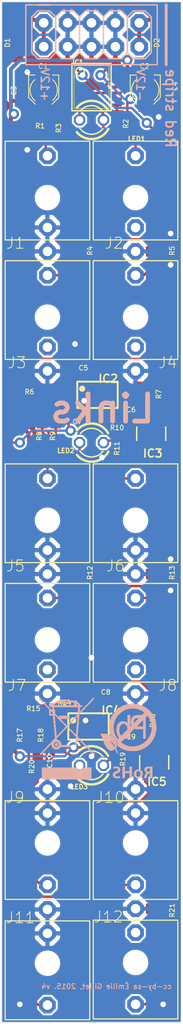
<source format=kicad_pcb>
(kicad_pcb (version 20211014) (generator pcbnew)
  (layers (0 "F.Cu" signal) (31 "B.Cu" signal) (34 "B.Paste" user) (35 "F.Paste" user) (36 "B.SilkS" user "B.Silkscreen") (37 "F.SilkS" user "F.Silkscreen") (38 "B.Mask" user) (39 "F.Mask" user) (44 "Edge.Cuts" user))
  (net 0 "")
  (net 1 "GND")
  (net 2 "VEE")
  (net 3 "VCC")
  (net 4 "N$6")
  (net 5 "N$20")
  (net 6 "N$3")
  (net 7 "N$4")
  (net 8 "N$5")
  (net 9 "N$7")
  (net 10 "N$8")
  (net 11 "N$11")
  (net 12 "N$12")
  (net 13 "N$13")
  (net 14 "N$10")
  (net 15 "N$15")
  (net 16 "N$16")
  (net 17 "N$17")
  (net 18 "N$31")
  (net 19 "N$1")
  (net 20 "N$32")
  (net 21 "N$2")
  (net 22 "N$9")
  (net 23 "N$23")
  (net 24 "N$24")
  (net 25 "N$25")
  (net 26 "N$27")
  (net 27 "N$22")
  (net 28 "N$29")
  (net 29 "N$14")
  (net 30 "N$26")
  (net 31 "N$30")
  (net 32 "N$18")
  (net 33 "N$19")
  (net 34 "N$21")
  (footprint "links:R0603" (layer "F.Cu") (at 155.6549 147.15175 180)
    (fp_text reference "R21")
    (fp_text value "51")
  )
  (footprint "links:C0603" (layer "F.Cu") (at 146.9236 94.76425 180)
    (fp_text reference "C7")
    (fp_text value "100n")
  )
  (footprint "links:SOT23-5" (layer "F.Cu") (at 154.8611 96.66915 180)
    (fp_text reference "IC3")
    (fp_text value "LM321MF")
  )
  (footprint "links:LED3MM" (layer "F.Cu") (at 148.5111 97.62175 180)
    (fp_text reference "LED2")
    (fp_text value "WP937EGW")
  )
  (footprint "links:C0603" (layer "F.Cu") (at 145.3361 130.95925 90)
    (fp_text reference "C10")
    (fp_text value "100n")
  )
  (footprint "links:PANASONIC_A" (layer "F.Cu") (at 154.2261 60.15675 -90)
    (fp_text reference "C2")
    (fp_text value "4.7u")
  )
  (footprint "links:C0603" (layer "F.Cu") (at 153.4324 92.54175 90)
    (fp_text reference "C6")
    (fp_text value "10p")
  )
  (footprint "links:R0603" (layer "F.Cu") (at 145.8124 63.96675 90)
    (fp_text reference "R3")
    (fp_text value "1.0k")
  )
  (footprint "links:R0603" (layer "F.Cu") (at 147.8761 125.40295)
    (fp_text reference "R14")
    (fp_text value "100k")
  )
  (footprint "links:R0603" (layer "F.Cu") (at 155.6549 77.30175 180)
    (fp_text reference "R5")
    (fp_text value "51")
  )
  (footprint "links:R0603" (layer "F.Cu") (at 142.7961 126.67305 180)
    (fp_text reference "R15")
    (fp_text value "33k")
  )
  (footprint "links:WQP_PJ_301M6" (layer "F.Cu") (at 153.1943 140.16675 180)
    (fp_text reference "J10")
    (fp_text value "PJ301_THONKICONN6" hide)
  )
  (footprint "links:PANASONIC_A" (layer "F.Cu") (at 143.4311 60.15675 -90)
    (fp_text reference "C1")
    (fp_text value "4.7u")
  )
  (footprint "links:LED3MM" (layer "F.Cu") (at 148.5111 131.91175 180)
    (fp_text reference "LED3")
    (fp_text value "WP937EGW")
  )
  (footprint "links:R0603" (layer "F.Cu") (at 154.8611 92.54175 90)
    (fp_text reference "R7")
    (fp_text value "100k")
  )
  (footprint "links:C0603" (layer "F.Cu") (at 156.7661 59.83925 90)
    (fp_text reference "C4")
    (fp_text value "100n")
  )
  (footprint "links:C0603" (layer "F.Cu") (at 147.5586 90.31925 180)
    (fp_text reference "C5")
    (fp_text value "100n")
  )
  (footprint "links:C0603" (layer "F.Cu") (at 140.8911 60.47425 90)
    (fp_text reference "C3")
    (fp_text value "100n")
  )
  (footprint "links:LED3MM" (layer "F.Cu") (at 148.5111 63.33175 180)
    (fp_text reference "LED1")
    (fp_text value "WP937EGW")
  )
  (footprint "links:SOT23-5" (layer "F.Cu") (at 155.1786 131.59425 180)
    (fp_text reference "IC5")
    (fp_text value "LM321MF")
  )
  (footprint "links:R0603" (layer "F.Cu") (at 152.0036 98.25665 -90)
    (fp_text reference "R11")
    (fp_text value "1.0k")
  )
  (footprint "links:C0603" (layer "F.Cu") (at 147.8761 123.97425 180)
    (fp_text reference "C8")
    (fp_text value "100n")
  )
  (footprint "links:R0603" (layer "F.Cu") (at 144.0661 92.54175 180)
    (fp_text reference "R6")
    (fp_text value "100k")
  )
  (footprint "links:TSSOP8" (layer "F.Cu") (at 148.1936 127.78425 -90)
    (fp_text reference "IC4")
    (fp_text value "TL072PW")
  )
  (footprint "links:R0603" (layer "F.Cu") (at 146.9236 111.59175 180)
    (fp_text reference "R12")
    (fp_text value "51")
  )
  (footprint "links:R0603" (layer "F.Cu") (at 142.7961 64.76055)
    (fp_text reference "R1")
    (fp_text value "10M")
  )
  (footprint "links:SOD123" (layer "F.Cu") (at 140.5736 54.60045 90)
    (fp_text reference "D1")
    (fp_text value "1N5819HW")
  )
  (footprint "links:WQP_PJ_301M6" (layer "F.Cu") (at 153.1942 118.57675)
    (fp_text reference "J8")
    (fp_text value "PJ301_THONKICONN6" hide)
  )
  (footprint "links:WQP_PJ_301M6" (layer "F.Cu") (at 153.1943 152.86675 180)
    (fp_text reference "J12")
    (fp_text value "PJ301_THONKICONN6" hide)
  )
  (footprint "links:R0603" (layer "F.Cu") (at 142.7961 131.91175 90)
    (fp_text reference "R20")
    (fp_text value "100k")
  )
  (footprint "links:R0603" (layer "F.Cu") (at 141.8436 128.89545 90)
    (fp_text reference "R17")
    (fp_text value "100k")
  )
  (footprint "links:R0603" (layer "F.Cu") (at 143.7485 128.89545 90)
    (fp_text reference "R18")
    (fp_text value "100k")
  )
  (footprint "links:R0603" (layer "F.Cu") (at 151.3686 63.64925 -90)
    (fp_text reference "R2")
    (fp_text value "51")
  )
  (footprint "links:R0603" (layer "F.Cu") (at 150.0986 94.76425)
    (fp_text reference "R10")
    (fp_text value "100k")
  )
  (footprint "links:R0603" (layer "F.Cu") (at 155.6548 111.59175)
    (fp_text reference "R13")
    (fp_text value "51")
  )
  (footprint "links:WQP_PJ_301M6" (layer "F.Cu") (at 143.828 71.58675)
    (fp_text reference "J1")
    (fp_text value "PJ301_THONKICONN6" hide)
  )
  (footprint "links:WQP_PJ_301M6" (layer "F.Cu") (at 143.8279 105.87675)
    (fp_text reference "J5")
    (fp_text value "PJ301_THONKICONN6" hide)
  )
  (footprint "links:WQP_PJ_301M6" (layer "F.Cu") (at 143.828 118.57675)
    (fp_text reference "J7")
    (fp_text value "PJ301_THONKICONN6" hide)
  )
  (footprint "links:C0603" (layer "F.Cu") (at 152.7974 127.30795 90)
    (fp_text reference "C9")
    (fp_text value "10p")
  )
  (footprint "links:WQP_PJ_301M6" (layer "F.Cu") (at 153.1943 71.58675)
    (fp_text reference "J2")
    (fp_text value "PJ301_THONKICONN6" hide)
  )
  (footprint "links:WQP_PJ_301M6" (layer "F.Cu") (at 153.1941 105.87675)
    (fp_text reference "J6")
    (fp_text value "PJ301_THONKICONN6" hide)
  )
  (footprint "links:TSSOP14" (layer "F.Cu") (at 148.5111 59.83925 -90)
    (fp_text reference "IC1")
    (fp_text value "OPA4171")
  )
  (footprint "links:R0603" (layer "F.Cu") (at 143.2724 94.76425 90)
    (fp_text reference "R8")
    (fp_text value "100k")
  )
  (footprint "links:WQP_PJ_301M6" (layer "F.Cu") (at 143.8279 140.16675 180)
    (fp_text reference "J9")
    (fp_text value "PJ301_THONKICONN6" hide)
  )
  (footprint "links:R0603" (layer "F.Cu") (at 146.9236 77.30175 180)
    (fp_text reference "R4")
    (fp_text value "51")
  )
  (footprint "links:R0603" (layer "F.Cu") (at 144.7011 94.76425 90)
    (fp_text reference "R9")
    (fp_text value "100k")
  )
  (footprint "links:WQP_PJ_301M6" (layer "F.Cu") (at 143.828 152.94615 180)
    (fp_text reference "J11")
    (fp_text value "PJ301_THONKICONN6" hide)
  )
  (footprint "links:SOD123" (layer "F.Cu") (at 156.4486 54.60045 -90)
    (fp_text reference "D2")
    (fp_text value "1N5819HW" hide)
  )
  (footprint "links:R0603" (layer "F.Cu") (at 152.6386 131.27675 -90)
    (fp_text reference "R19")
    (fp_text value "1.0k")
  )
  (footprint "links:R0603" (layer "F.Cu") (at 154.2261 127.30795 90)
    (fp_text reference "R16")
    (fp_text value "100k")
  )
  (footprint "links:WQP_PJ_301M6" (layer "F.Cu") (at 153.1943 84.28675)
    (fp_text reference "J4")
    (fp_text value "PJ301_THONKICONN6" hide)
  )
  (footprint "links:WQP_PJ_301M6" (layer "F.Cu") (at 143.828 84.28675)
    (fp_text reference "J3")
    (fp_text value "PJ301_THONKICONN6" hide)
  )
  (footprint "links:TSSOP8" (layer "F.Cu") (at 149.1461 92.54175 -90)
    (fp_text reference "IC2")
    (fp_text value "TL072PW")
  )
  (footprint "links:ROHS" (layer "B.Cu") (at 156.2898 133.97545 180)
    (fp_text reference "U$2" hide)
    (fp_text value "" hide)
  )
  (footprint "links:AVR_ICSP" (layer "B.Cu") (at 148.5111 54.28295 -90)
    (fp_text reference "JP1" hide)
    (fp_text value "M05X2PTH" hide)
  )
  (gr_line (start 141.5261 57.45785) (end 155.4961 57.45785) (layer "B.SilkS") (width 0.1524))
  (gr_line (start 141.5261 51.10785) (end 155.4961 51.10785) (layer "B.SilkS") (width 0.1524))
  (gr_line (start 155.4961 51.10785) (end 155.4961 57.45785) (layer "B.SilkS") (width 0.1524))
  (gr_line (start 141.5261 51.10785) (end 141.5261 57.45785) (layer "B.SilkS") (width 0.1524))
  (gr_line (start 156.4486 57.45785) (end 156.4486 51.10785) (layer "B.SilkS") (width 0.3048))
  (gr_line (start 138.9861 50.79045) (end 138.9861 159.21675) (layer "Edge.Cuts") (width 0.05))
  (gr_line (start 138.9861 159.21675) (end 158.0161 159.21675) (layer "Edge.Cuts") (width 0.05))
  (gr_line (start 158.0161 50.79045) (end 138.9861 50.79045) (layer "Edge.Cuts") (width 0.05))
  (gr_line (start 158.0161 159.21675) (end 158.0161 50.79045) (layer "Edge.Cuts") (width 0.05))
  (gr_text "cc-by-sa Émilie Gillet, 2015. v4" (at 157.0836 155.72425) (layer "B.SilkS") (effects (font (size 0.53975 0.53975) (thickness 0.09525)) (justify left bottom mirror)))
  (gr_text "Links" (at 155.4962 95.71685) (layer "B.SilkS") (effects (font (size 2.89 2.89) (thickness 0.51)) (justify left bottom mirror)))
  (gr_text "Red stripe" (at 157.5598 57.77545 -90) (layer "B.SilkS") (effects (font (size 1.0795 1.0795) (thickness 0.1905)) (justify right top mirror)))
  (gr_text "-12V" (at 154.2261 57.77555 -90) (layer "B.SilkS") (effects (font (size 0.8636 0.8636) (thickness 0.1524)) (justify right top mirror)))
  (gr_text "+12V" (at 144.0661 57.77555 -90) (layer "B.SilkS") (effects (font (size 0.8636 0.8636) (thickness 0.1524)) (justify right top mirror)))
  (via (at 155.6549 63.01425) (size 1.108) (drill 0.6) (layers "F.Cu" "B.Cu") (net 1))
  (via (at 146.2886 134.13425) (size 1.108) (drill 0.6) (layers "F.Cu" "B.Cu") (net 1))
  (via (at 141.6849 58.25175) (size 1.108) (drill 0.6) (layers "F.Cu" "B.Cu") (net 1))
  (via (at 149.6224 99.20925) (size 1.108) (drill 0.6) (layers "F.Cu" "B.Cu") (net 1))
  (via (at 156.925 78.73055) (size 1.108) (drill 0.6) (layers "F.Cu" "B.Cu") (net 1))
  (via (at 140.8911 157.31175) (size 1.108) (drill 0.6) (layers "F.Cu" "B.Cu") (net 1))
  (via (at 141.6849 66.50675) (size 1.108) (drill 0.6) (layers "F.Cu" "B.Cu") (net 1))
  (via (at 147.8761 127.14925) (size 1.108) (drill 0.6) (layers "F.Cu" "B.Cu") (net 1))
  (via (at 156.925 110.00425) (size 1.108) (drill 0.6) (layers "F.Cu" "B.Cu") (net 1))
  (via (at 146.7649 87.14425) (size 1.108) (drill 0.6) (layers "F.Cu" "B.Cu") (net 1))
  (via (at 156.1311 157.31175) (size 1.108) (drill 0.6) (layers "F.Cu" "B.Cu") (net 1))
  (via (at 148.5111 120.48175) (size 1.108) (drill 0.6) (layers "F.Cu" "B.Cu") (net 1))
  (via (at 156.9249 75.39675) (size 1.108) (drill 0.6) (layers "F.Cu" "B.Cu") (net 1))
  (via (at 148.5111 130.95925) (size 1.108) (drill 0.6) (layers "F.Cu" "B.Cu") (net 1))
  (via (at 156.925 113.33795) (size 1.108) (drill 0.6) (layers "F.Cu" "B.Cu") (net 1))
  (via (at 147.7174 93.17675) (size 1.108) (drill 0.6) (layers "F.Cu" "B.Cu") (net 1))
  (segment (start 152.9861 58.85675) (end 152.0036 59.83925) (width 0.254) (layer "F.Cu") (net 2))
  (segment (start 145.3361 130.10925) (end 145.4386 130.00675) (width 0.254) (layer "F.Cu") (net 2))
  (segment (start 139.9386 97.62175) (end 140.8911 97.62175) (width 0.254) (layer "F.Cu") (net 2))
  (segment (start 145.2336 130.00675) (end 145.3361 130.10925) (width 0.254) (layer "F.Cu") (net 2))
  (segment (start 156.4486 56.50045) (end 155.9673 56.98175) (width 0.4064) (layer "F.Cu") (net 2))
  (segment (start 154.3849 94.28805) (end 154.8611 94.76425) (width 0.254) (layer "F.Cu") (net 2))
  (segment (start 152.3211 96.35175) (end 152.9561 95.71675) (width 0.254) (layer "F.Cu") (net 2))
  (segment (start 153.4323 94.28805) (end 154.3849 94.28805) (width 0.254) (layer "F.Cu") (net 2))
  (segment (start 156.7661 58.25175) (end 156.4486 57.93425) (width 0.4064) (layer "F.Cu") (net 2))
  (segment (start 152.9561 129.37175) (end 153.1149 129.21295) (width 0.254) (layer "F.Cu") (net 2))
  (segment (start 152.6086 58.85675) (end 154.2261 58.85675) (width 0.4064) (layer "F.Cu") (net 2))
  (segment (start 152.3211 58.56925) (end 152.6086 58.85675) (width 0.4064) (layer "F.Cu") (net 2))
  (segment (start 156.4486 57.93425) (end 156.4486 56.50045) (width 0.4064) (layer "F.Cu") (net 2))
  (segment (start 152.9561 95.71675) (end 152.9561 94.76425) (width 0.254) (layer "F.Cu") (net 2))
  (segment (start 139.9386 97.62175) (end 139.9386 63.01425) (width 0.4064) (layer "F.Cu") (net 2))
  (segment (start 146.2211 94.61675) (end 146.2211 93.51675) (width 0.254) (layer "F.Cu") (net 2))
  (segment (start 146.0736 96.13675) (end 146.0736 94.76425) (width 0.254) (layer "F.Cu") (net 2))
  (segment (start 150.7336 130.00675) (end 151.3686 129.37175) (width 0.254) (layer "F.Cu") (net 2))
  (segment (start 145.3361 128.82675) (end 145.2686 128.75925) (width 0.254) (layer "F.Cu") (net 2))
  (segment (start 154.8611 94.76425) (end 154.8611 95.36315) (width 0.254) (layer "F.Cu") (net 2))
  (segment (start 152.3211 56.98175) (end 152.3211 58.56925) (width 0.4064) (layer "F.Cu") (net 2))
  (segment (start 154.2261 58.85675) (end 152.9861 58.85675) (width 0.254) (layer "F.Cu") (net 2))
  (segment (start 146.2886 96.35175) (end 152.3211 96.35175) (width 0.254) (layer "F.Cu") (net 2))
  (segment (start 156.7661 58.98925) (end 156.7661 58.25175) (width 0.4064) (layer "F.Cu") (net 2))
  (segment (start 154.7023 129.21295) (end 155.1786 129.68925) (width 0.254) (layer "F.Cu") (net 2))
  (segment (start 153.1149 129.21295) (end 154.7023 129.21295) (width 0.254) (layer "F.Cu") (net 2))
  (segment (start 145.3361 130.10925) (end 145.3361 128.82675) (width 0.254) (layer "F.Cu") (net 2))
  (segment (start 146.0736 94.76425) (end 146.2211 94.61675) (width 0.254) (layer "F.Cu") (net 2))
  (segment (start 145.4386 130.00675) (end 150.7336 130.00675) (width 0.254) (layer "F.Cu") (net 2))
  (segment (start 152.9561 94.76425) (end 153.4323 94.28805) (width 0.254) (layer "F.Cu") (net 2))
  (segment (start 152.0036 59.83925) (end 151.2289 59.83925) (width 0.254) (layer "F.Cu") (net 2))
  (segment (start 155.1786 129.68925) (end 155.1786 130.28825) (width 0.254) (layer "F.Cu") (net 2))
  (segment (start 154.2261 58.85675) (end 154.3586 58.98925) (width 0.4064) (layer "F.Cu") (net 2))
  (segment (start 139.9386 130.00675) (end 139.9386 97.62175) (width 0.4064) (layer "F.Cu") (net 2))
  (segment (start 154.3586 58.98925) (end 156.7661 58.98925) (width 0.4064) (layer "F.Cu") (net 2))
  (segment (start 146.0736 94.76425) (end 145.7561 95.08175) (width 0.254) (layer "F.Cu") (net 2))
  (segment (start 139.9386 63.01425) (end 140.2561 62.69675) (width 0.4064) (layer "F.Cu") (net 2))
  (segment (start 140.8911 130.95925) (end 139.9386 130.00675) (width 0.4064) (layer "F.Cu") (net 2))
  (segment (start 146.6061 130.00675) (end 145.2336 130.00675) (width 0.254) (layer "F.Cu") (net 2))
  (segment (start 146.2886 96.35175) (end 146.0736 96.13675) (width 0.254) (layer "F.Cu") (net 2))
  (segment (start 151.3686 129.37175) (end 152.9561 129.37175) (width 0.254) (layer "F.Cu") (net 2))
  (via (at 140.8911 130.95925) (size 1.108) (drill 0.6) (layers "F.Cu" "B.Cu") (net 2))
  (via (at 146.2886 96.35175) (size 1.108) (drill 0.6) (layers "F.Cu" "B.Cu") (net 2))
  (via (at 140.2561 62.69675) (size 1.108) (drill 0.6) (layers "F.Cu" "B.Cu") (net 2))
  (via (at 152.3211 56.98175) (size 1.108) (drill 0.6) (layers "F.Cu" "B.Cu") (net 2))
  (via (at 140.8911 97.62175) (size 1.108) (drill 0.6) (layers "F.Cu" "B.Cu") (net 2))
  (via (at 146.6061 130.00675) (size 1.108) (drill 0.6) (layers "F.Cu" "B.Cu") (net 2))
  (segment (start 139.9386 57.93425) (end 140.8911 56.98175) (width 0.4064) (layer "B.Cu") (net 2))
  (segment (start 145.6536 130.95925) (end 146.6061 130.00675) (width 0.254) (layer "B.Cu") (net 2))
  (segment (start 140.8911 56.98175) (end 152.3211 56.98175) (width 0.4064) (layer "B.Cu") (net 2))
  (segment (start 140.8911 97.62175) (end 142.1611 96.35175) (width 0.254) (layer "B.Cu") (net 2))
  (segment (start 140.8911 130.95925) (end 145.6536 130.95925) (width 0.254) (layer "B.Cu") (net 2))
  (segment (start 142.1611 96.35175) (end 146.2886 96.35175) (width 0.254) (layer "B.Cu") (net 2))
  (segment (start 139.9386 62.37925) (end 139.9386 57.93425) (width 0.4064) (layer "B.Cu") (net 2))
  (segment (start 140.2561 62.69675) (end 139.9386 62.37925) (width 0.4064) (layer "B.Cu") (net 2))
  (segment (start 144.3836 60.47425) (end 145.0186 59.83925) (width 0.254) (layer "F.Cu") (net 3))
  (segment (start 153.7499 123.02175) (end 156.7661 126.03795) (width 0.254) (layer "F.Cu") (net 3))
  (segment (start 148.5111 90.95425) (end 149.1461 91.58925) (width 0.254) (layer "F.Cu") (net 3))
  (segment (start 148.7261 123.97425) (end 148.7261 123.23675) (width 0.3048) (layer "F.Cu") (net 3))
  (segment (start 140.5736 64.28425) (end 143.4011 61.45675) (width 0.4064) (layer "F.Cu") (net 3))
  (segment (start 147.7174 88.73175) (end 148.4086 89.42295) (width 0.254) (layer "F.Cu") (net 3))
  (segment (start 156.7661 126.03795) (end 156.7661 132.54675) (width 0.254) (layer "F.Cu") (net 3))
  (segment (start 148.4086 90.31925) (end 150.0986 90.31925) (width 0.254) (layer "F.Cu") (net 3))
  (segment (start 143.4011 61.45675) (end 143.4311 61.45675) (width 0.4064) (layer "F.Cu") (net 3))
  (segment (start 155.8136 97.97265) (end 155.8111 97.97515) (width 0.254) (layer "F.Cu") (net 3))
  (segment (start 151.1186 125.62925) (end 151.1186 126.80925) (width 0.254) (layer "F.Cu") (net 3))
  (segment (start 141.8436 98.89175) (end 141.8436 96.66925) (width 0.3556) (layer "F.Cu") (net 3))
  (segment (start 148.7261 123.23675) (end 145.9711 120.48175) (width 0.3048) (layer "F.Cu") (net 3))
  (segment (start 140.5736 88.73175) (end 147.7174 88.73175) (width 0.254) (layer "F.Cu") (net 3))
  (segment (start 151.6861 88.73175) (end 154.8611 88.73175) (width 0.254) (layer "F.Cu") (net 3))
  (segment (start 139.9386 61.10925) (end 139.9386 57.93425) (width 0.4064) (layer "F.Cu") (net 3))
  (segment (start 148.7261 123.97425) (end 149.4636 123.97425) (width 0.254) (layer "F.Cu") (net 3))
  (segment (start 156.7661 96.35175) (end 155.8136 97.30425) (width 0.254) (layer "F.Cu") (net 3))
  (segment (start 140.5736 100.16175) (end 141.8436 98.89175) (width 0.3302) (layer "F.Cu") (net 3))
  (segment (start 140.5736 57.29925) (end 140.5736 56.50045) (width 0.4064) (layer "F.Cu") (net 3))
  (segment (start 140.8911 61.32425) (end 140.1536 61.32425) (width 0.4064) (layer "F.Cu") (net 3))
  (segment (start 148.5111 90.42175) (end 148.5111 90.95425) (width 0.254) (layer "F.Cu") (net 3))
  (segment (start 150.0986 90.31925) (end 151.6861 88.73175) (width 0.254) (layer "F.Cu") (net 3))
  (segment (start 148.7261 123.97425) (end 148.6136 123.97425) (width 0.254) (layer "F.Cu") (net 3))
  (segment (start 152.0486 91.58925) (end 152.0711 91.56675) (width 0.254) (layer "F.Cu") (net 3))
  (segment (start 143.4311 61.45675) (end 143.4311 60.47425) (width 0.254) (layer "F.Cu") (net 3))
  (segment (start 143.4311 61.45675) (end 141.0236 61.45675) (width 0.4064) (layer "F.Cu") (net 3))
  (segment (start 140.5736 95.39925) (end 140.5736 88.73175) (width 0.4064) (layer "F.Cu") (net 3))
  (segment (start 155.8136 97.30425) (end 155.8136 97.97265) (width 0.254) (layer "F.Cu") (net 3))
  (segment (start 140.1536 61.32425) (end 139.9386 61.10925) (width 0.4064) (layer "F.Cu") (net 3))
  (segment (start 156.7661 90.63675) (end 156.7661 96.35175) (width 0.254) (layer "F.Cu") (net 3))
  (segment (start 148.4086 90.31925) (end 148.5111 90.42175) (width 0.254) (layer "F.Cu") (net 3))
  (segment (start 149.1461 91.58925) (end 152.0486 91.58925) (width 0.254) (layer "F.Cu") (net 3))
  (segment (start 154.8611 88.73175) (end 156.7661 90.63675) (width 0.254) (layer "F.Cu") (net 3))
  (segment (start 155.8111 97.97515) (end 155.8136 97.97765) (width 0.254) (layer "F.Cu") (net 3))
  (segment (start 149.4636 123.97425) (end 151.1186 125.62925) (width 0.254) (layer "F.Cu") (net 3))
  (segment (start 141.0236 61.45675) (end 140.8911 61.32425) (width 0.4064) (layer "F.Cu") (net 3))
  (segment (start 140.5736 88.73175) (end 140.5736 64.28425) (width 0.4064) (layer "F.Cu") (net 3))
  (segment (start 145.0186 59.83925) (end 145.7933 59.83925) (width 0.254) (layer "F.Cu") (net 3))
  (segment (start 156.4126 132.90025) (end 156.1286 132.90025) (width 0.254) (layer "F.Cu") (net 3))
  (segment (start 143.4311 60.47425) (end 144.3836 60.47425) (width 0.254) (layer "F.Cu") (net 3))
  (segment (start 156.7661 132.54675) (end 156.4126 132.90025) (width 0.254) (layer "F.Cu") (net 3))
  (segment (start 151.3686 123.97425) (end 152.3211 123.02175) (width 0.254) (layer "F.Cu") (net 3))
  (segment (start 149.4636 123.97425) (end 151.3686 123.97425) (width 0.254) (layer "F.Cu") (net 3))
  (segment (start 142.7961 120.48175) (end 140.5736 118.25925) (width 0.3048) (layer "F.Cu") (net 3))
  (segment (start 152.3211 123.02175) (end 153.7499 123.02175) (width 0.254) (layer "F.Cu") (net 3))
  (segment (start 140.5736 118.25925) (end 140.5736 100.16175) (width 0.3048) (layer "F.Cu") (net 3))
  (segment (start 148.4086 89.42295) (end 148.4086 90.31925) (width 0.254) (layer "F.Cu") (net 3))
  (segment (start 145.9711 120.48175) (end 142.7961 120.48175) (width 0.3048) (layer "F.Cu") (net 3))
  (segment (start 141.8436 96.66925) (end 140.5736 95.39925) (width 0.381) (layer "F.Cu") (net 3))
  (segment (start 139.9386 57.93425) (end 140.5736 57.29925) (width 0.4064) (layer "F.Cu") (net 3))
  (segment (start 140.5736 52.70045) (end 143.1186 52.70045) (width 0.4064) (layer "F.Cu") (net 4))
  (segment (start 143.4311 53.01295) (end 143.4311 55.55295) (width 0.4064) (layer "F.Cu") (net 4))
  (segment (start 143.1186 52.70045) (end 143.4311 53.01295) (width 0.4064) (layer "F.Cu") (net 4))
  (segment (start 153.9036 52.70045) (end 156.4486 52.70045) (width 0.4064) (layer "F.Cu") (net 5))
  (segment (start 153.5911 53.01295) (end 153.9036 52.70045) (width 0.4064) (layer "F.Cu") (net 5))
  (segment (start 153.5911 55.55295) (end 153.5911 53.01295) (width 0.4064) (layer "F.Cu") (net 5))
  (segment (start 156.5049 77.30175) (end 156.5049 76.40555) (width 0.254) (layer "F.Cu") (net 6))
  (segment (start 155.0199 64.28425) (end 154.3848 63.64925) (width 0.254) (layer "F.Cu") (net 6))
  (segment (start 155.9724 75.87295) (end 155.9724 64.91925) (width 0.254) (layer "F.Cu") (net 6))
  (segment (start 147.5586 58.56925) (end 146.9236 57.93425) (width 0.254) (layer "F.Cu") (net 6))
  (segment (start 156.5049 76.40555) (end 155.9724 75.87295) (width 0.254) (layer "F.Cu") (net 6))
  (segment (start 155.3373 64.28425) (end 155.0199 64.28425) (width 0.254) (layer "F.Cu") (net 6))
  (segment (start 155.9724 64.91925) (end 155.3373 64.28425) (width 0.254) (layer "F.Cu") (net 6))
  (segment (start 145.7933 57.93425) (end 145.7933 58.56925) (width 0.254) (layer "F.Cu") (net 6))
  (segment (start 146.9236 57.93425) (end 145.7933 57.93425) (width 0.254) (layer "F.Cu") (net 6))
  (via (at 154.3848 63.64925) (size 1.108) (drill 0.6) (layers "F.Cu" "B.Cu") (net 6))
  (via (at 147.5586 58.56925) (size 1.108) (drill 0.6) (layers "F.Cu" "B.Cu") (net 6))
  (segment (start 151.0511 62.06175) (end 147.5586 58.56925) (width 0.254) (layer "B.Cu") (net 6))
  (segment (start 152.7973 62.06175) (end 151.0511 62.06175) (width 0.254) (layer "B.Cu") (net 6))
  (segment (start 154.3848 63.64925) (end 152.7973 62.06175) (width 0.254) (layer "B.Cu") (net 6))
  (segment (start 151.2289 61.74425) (end 151.2289 61.10925) (width 0.254) (layer "F.Cu") (net 7))
  (segment (start 151.2289 62.65955) (end 151.2289 61.74425) (width 0.254) (layer "F.Cu") (net 7))
  (segment (start 151.3686 62.79925) (end 151.2289 62.65955) (width 0.254) (layer "F.Cu") (net 7))
  (segment (start 149.4636 58.56925) (end 150.0986 57.93425) (width 0.254) (layer "F.Cu") (net 8))
  (segment (start 150.0986 76.03175) (end 153.7498 76.03175) (width 0.254) (layer "F.Cu") (net 8))
  (segment (start 155.3374 74.44425) (end 155.3374 65.39555) (width 0.254) (layer "F.Cu") (net 8))
  (segment (start 153.7498 76.03175) (end 155.3374 74.44425) (width 0.254) (layer "F.Cu") (net 8))
  (segment (start 151.2289 57.93425) (end 151.2289 58.56925) (width 0.254) (layer "F.Cu") (net 8))
  (segment (start 148.8286 77.30175) (end 150.0986 76.03175) (width 0.254) (layer "F.Cu") (net 8))
  (segment (start 154.8611 64.91925) (end 154.2262 64.91925) (width 0.254) (layer "F.Cu") (net 8))
  (segment (start 152.3211 61.42675) (end 152.6386 61.10925) (width 0.254) (layer "F.Cu") (net 8))
  (segment (start 154.2262 64.91925) (end 152.3211 63.01425) (width 0.254) (layer "F.Cu") (net 8))
  (segment (start 155.3374 65.39555) (end 154.8611 64.91925) (width 0.254) (layer "F.Cu") (net 8))
  (segment (start 152.3211 63.01425) (end 152.3211 61.42675) (width 0.254) (layer "F.Cu") (net 8))
  (segment (start 147.7736 77.30175) (end 148.8286 77.30175) (width 0.254) (layer "F.Cu") (net 8))
  (segment (start 150.0986 57.93425) (end 151.2289 57.93425) (width 0.254) (layer "F.Cu") (net 8))
  (via (at 149.4636 58.56925) (size 1.108) (drill 0.6) (layers "F.Cu" "B.Cu") (net 8))
  (via (at 152.6386 61.10925) (size 1.108) (drill 0.6) (layers "F.Cu" "B.Cu") (net 8))
  (segment (start 152.6386 61.10925) (end 152.0036 61.10925) (width 0.254) (layer "B.Cu") (net 8))
  (segment (start 152.0036 61.10925) (end 149.4636 58.56925) (width 0.254) (layer "B.Cu") (net 8))
  (segment (start 146.9236 60.47425) (end 150.0986 60.47425) (width 0.254) (layer "F.Cu") (net 9))
  (segment (start 146.6061 59.20425) (end 145.7933 59.20425) (width 0.254) (layer "F.Cu") (net 9))
  (segment (start 144.8599 60.79175) (end 145.1774 60.47425) (width 0.254) (layer "F.Cu") (net 9))
  (segment (start 146.9236 59.52175) (end 146.6061 59.20425) (width 0.254) (layer "F.Cu") (net 9))
  (segment (start 143.6461 63.59305) (end 144.8599 62.37925) (width 0.254) (layer "F.Cu") (net 9))
  (segment (start 144.8599 62.37925) (end 144.8599 60.79175) (width 0.254) (layer "F.Cu") (net 9))
  (segment (start 150.0986 59.52175) (end 150.4161 59.20425) (width 0.254) (layer "F.Cu") (net 9))
  (segment (start 146.9236 60.47425) (end 146.9236 59.52175) (width 0.254) (layer "F.Cu") (net 9))
  (segment (start 143.6461 64.76055) (end 143.6461 63.59305) (width 0.254) (layer "F.Cu") (net 9))
  (segment (start 143.828 67.14175) (end 143.6461 66.95995) (width 0.254) (layer "F.Cu") (net 9))
  (segment (start 145.7933 60.47425) (end 146.9236 60.47425) (width 0.254) (layer "F.Cu") (net 9))
  (segment (start 150.4161 59.20425) (end 151.2289 59.20425) (width 0.254) (layer "F.Cu") (net 9))
  (segment (start 150.0986 60.47425) (end 150.0986 59.52175) (width 0.254) (layer "F.Cu") (net 9))
  (segment (start 150.0986 60.47425) (end 151.2289 60.47425) (width 0.254) (layer "F.Cu") (net 9))
  (segment (start 145.1774 60.47425) (end 145.7933 60.47425) (width 0.254) (layer "F.Cu") (net 9))
  (segment (start 143.6461 66.95995) (end 143.6461 64.76055) (width 0.254) (layer "F.Cu") (net 9))
  (segment (start 147.2411 62.22045) (end 147.2411 63.33175) (width 0.254) (layer "F.Cu") (net 10))
  (segment (start 146.7649 61.74425) (end 147.2411 62.22045) (width 0.254) (layer "F.Cu") (net 10))
  (segment (start 145.7933 61.74425) (end 146.7649 61.74425) (width 0.254) (layer "F.Cu") (net 10))
  (segment (start 154.8049 79.10425) (end 154.8049 77.30175) (width 0.254) (layer "F.Cu") (net 11))
  (segment (start 154.0674 79.84175) (end 154.8049 79.10425) (width 0.254) (layer "F.Cu") (net 11))
  (segment (start 153.1943 79.84175) (end 154.0674 79.84175) (width 0.254) (layer "F.Cu") (net 11))
  (segment (start 152.2186 64.49925) (end 151.3686 64.49925) (width 0.254) (layer "F.Cu") (net 12))
  (segment (start 153.1943 67.14175) (end 153.1943 65.47495) (width 0.254) (layer "F.Cu") (net 12))
  (segment (start 153.1943 65.47495) (end 152.2186 64.49925) (width 0.254) (layer "F.Cu") (net 12))
  (segment (start 143.828 79.84175) (end 145.0186 79.84175) (width 0.254) (layer "F.Cu") (net 13))
  (segment (start 146.0736 78.78675) (end 146.0736 77.30175) (width 0.254) (layer "F.Cu") (net 13))
  (segment (start 145.0186 79.84175) (end 146.0736 78.78675) (width 0.254) (layer "F.Cu") (net 13))
  (segment (start 148.5111 101.43175) (end 153.1941 101.43175) (width 0.254) (layer "F.Cu") (net 14))
  (segment (start 144.7011 97.62175) (end 144.7011 95.61425) (width 0.254) (layer "F.Cu") (net 14))
  (segment (start 148.5111 101.43175) (end 144.7011 97.62175) (width 0.254) (layer "F.Cu") (net 14))
  (segment (start 143.8279 101.43175) (end 143.8279 97.06605) (width 0.254) (layer "F.Cu") (net 15))
  (segment (start 143.2724 96.51055) (end 143.2724 95.61425) (width 0.254) (layer "F.Cu") (net 15))
  (segment (start 143.8279 97.06605) (end 143.2724 96.51055) (width 0.254) (layer "F.Cu") (net 15))
  (segment (start 143.828 114.13175) (end 145.0186 114.13175) (width 0.254) (layer "F.Cu") (net 16))
  (segment (start 146.0736 113.07675) (end 146.0736 111.59175) (width 0.254) (layer "F.Cu") (net 16))
  (segment (start 145.0186 114.13175) (end 146.0736 113.07675) (width 0.254) (layer "F.Cu") (net 16))
  (segment (start 156.5048 112.32925) (end 156.5048 111.59175) (width 0.254) (layer "F.Cu") (net 17))
  (segment (start 154.7023 114.13175) (end 156.5048 112.32925) (width 0.254) (layer "F.Cu") (net 17))
  (segment (start 153.1942 114.13175) (end 154.7023 114.13175) (width 0.254) (layer "F.Cu") (net 17))
  (segment (start 144.7011 93.91425) (end 144.9161 93.69925) (width 0.254) (layer "F.Cu") (net 18))
  (segment (start 144.9161 93.69925) (end 144.9161 92.54175) (width 0.254) (layer "F.Cu") (net 18))
  (segment (start 144.9161 92.54175) (end 144.9236 92.53425) (width 0.254) (layer "F.Cu") (net 18))
  (segment (start 145.2411 92.21675) (end 146.2211 92.21675) (width 0.254) (layer "F.Cu") (net 18))
  (segment (start 144.9161 92.54175) (end 145.2411 92.21675) (width 0.254) (layer "F.Cu") (net 18))
  (segment (start 143.2724 93.91425) (end 144.7011 93.91425) (width 0.254) (layer "F.Cu") (net 18))
  (segment (start 143.1136 92.00925) (end 143.1136 91.90675) (width 0.254) (layer "F.Cu") (net 19))
  (segment (start 143.2161 92.54175) (end 143.4311 92.32675) (width 0.254) (layer "F.Cu") (net 19))
  (segment (start 143.1136 91.90675) (end 143.4536 91.56675) (width 0.254) (layer "F.Cu") (net 19))
  (segment (start 149.3049 94.70795) (end 149.2486 94.76425) (width 0.254) (layer "F.Cu") (net 19))
  (segment (start 143.4311 92.32675) (end 143.1136 92.00925) (width 0.254) (layer "F.Cu") (net 19))
  (segment (start 146.2211 91.56675) (end 146.9236 91.56675) (width 0.254) (layer "F.Cu") (net 19))
  (segment (start 147.5362 91.56675) (end 149.3049 93.33545) (width 0.254) (layer "F.Cu") (net 19))
  (segment (start 146.9236 91.56675) (end 147.5362 91.56675) (width 0.254) (layer "F.Cu") (net 19))
  (segment (start 149.3049 93.33545) (end 149.3049 94.70795) (width 0.254) (layer "F.Cu") (net 19))
  (segment (start 143.4536 91.56675) (end 146.2211 91.56675) (width 0.254) (layer "F.Cu") (net 19))
  (segment (start 153.4324 93.39175) (end 154.8611 93.39175) (width 0.254) (layer "F.Cu") (net 20))
  (segment (start 150.9486 94.76425) (end 150.8924 94.70805) (width 0.254) (layer "F.Cu") (net 20))
  (segment (start 152.9074 92.86675) (end 153.4324 93.39175) (width 0.254) (layer "F.Cu") (net 20))
  (segment (start 150.8924 93.17675) (end 151.2024 92.86675) (width 0.254) (layer "F.Cu") (net 20))
  (segment (start 150.8924 94.70805) (end 150.8924 93.17675) (width 0.254) (layer "F.Cu") (net 20))
  (segment (start 152.0711 92.86675) (end 152.9074 92.86675) (width 0.254) (layer "F.Cu") (net 20))
  (segment (start 151.2024 92.86675) (end 152.0711 92.86675) (width 0.254) (layer "F.Cu") (net 20))
  (segment (start 140.7324 134.61045) (end 141.8436 133.49925) (width 0.254) (layer "F.Cu") (net 21))
  (segment (start 141.8436 133.49925) (end 141.8436 129.74545) (width 0.254) (layer "F.Cu") (net 21))
  (segment (start 142.8755 157.39115) (end 140.7324 155.24805) (width 0.254) (layer "F.Cu") (net 21))
  (segment (start 143.828 157.39115) (end 142.8755 157.39115) (width 0.254) (layer "F.Cu") (net 21))
  (segment (start 140.7324 155.24805) (end 140.7324 134.61045) (width 0.254) (layer "F.Cu") (net 21))
  (segment (start 141.3674 135.08675) (end 142.7961 133.65805) (width 0.254) (layer "F.Cu") (net 22))
  (segment (start 152.0036 144.61175) (end 153.1943 144.61175) (width 0.254) (layer "F.Cu") (net 22))
  (segment (start 150.7336 145.88175) (end 152.0036 144.61175) (width 0.254) (layer "F.Cu") (net 22))
  (segment (start 142.7961 133.65805) (end 142.7961 132.76175) (width 0.254) (layer "F.Cu") (net 22))
  (segment (start 143.2723 145.88175) (end 150.7336 145.88175) (width 0.254) (layer "F.Cu") (net 22))
  (segment (start 141.3674 143.97675) (end 141.3674 135.08675) (width 0.254) (layer "F.Cu") (net 22))
  (segment (start 143.2723 145.88175) (end 141.3674 143.97675) (width 0.254) (layer "F.Cu") (net 22))
  (segment (start 155.1786 156.35925) (end 155.1786 151.59675) (width 0.254) (layer "F.Cu") (net 23))
  (segment (start 153.1943 157.31175) (end 154.2261 157.31175) (width 0.254) (layer "F.Cu") (net 23))
  (segment (start 154.2261 157.31175) (end 155.1786 156.35925) (width 0.254) (layer "F.Cu") (net 23))
  (segment (start 154.8049 151.22305) (end 154.8049 147.15175) (width 0.254) (layer "F.Cu") (net 23))
  (segment (start 155.1786 151.59675) (end 154.8049 151.22305) (width 0.254) (layer "F.Cu") (net 23))
  (segment (start 142.7961 128.04555) (end 142.796 128.04545) (width 0.254) (layer "F.Cu") (net 24))
  (segment (start 143.7485 128.04545) (end 143.8049 128.04545) (width 0.254) (layer "F.Cu") (net 24))
  (segment (start 142.796 128.04545) (end 141.8436 128.04545) (width 0.254) (layer "F.Cu") (net 24))
  (segment (start 142.796 128.04545) (end 143.7485 128.04545) (width 0.254) (layer "F.Cu") (net 24))
  (segment (start 145.2611 127.46675) (end 145.2686 127.45925) (width 0.254) (layer "F.Cu") (net 24))
  (segment (start 142.7961 131.06175) (end 142.7961 128.04555) (width 0.254) (layer "F.Cu") (net 24))
  (segment (start 143.7485 128.04545) (end 143.6461 127.94305) (width 0.254) (layer "F.Cu") (net 24))
  (segment (start 144.3836 127.46675) (end 145.2611 127.46675) (width 0.254) (layer "F.Cu") (net 24))
  (segment (start 143.6461 127.94305) (end 143.6461 126.67305) (width 0.254) (layer "F.Cu") (net 24))
  (segment (start 143.7485 128.04545) (end 144.0172 127.77675) (width 0.254) (layer "F.Cu") (net 24))
  (segment (start 143.8049 128.04545) (end 144.3836 127.46675) (width 0.254) (layer "F.Cu") (net 24))
  (segment (start 146.1299 125.40295) (end 147.0261 125.40295) (width 0.254) (layer "F.Cu") (net 25))
  (segment (start 145.3361 125.56175) (end 145.3361 126.74175) (width 0.254) (layer "F.Cu") (net 25))
  (segment (start 142.6374 125.56175) (end 145.3361 125.56175) (width 0.254) (layer "F.Cu") (net 25))
  (segment (start 142.0024 126.61675) (end 142.0024 126.19675) (width 0.254) (layer "F.Cu") (net 25))
  (segment (start 145.9711 125.56175) (end 146.1299 125.40295) (width 0.254) (layer "F.Cu") (net 25))
  (segment (start 145.3361 125.56175) (end 145.9711 125.56175) (width 0.254) (layer "F.Cu") (net 25))
  (segment (start 141.9461 126.67305) (end 142.0024 126.61675) (width 0.254) (layer "F.Cu") (net 25))
  (segment (start 142.0024 126.19675) (end 142.6374 125.56175) (width 0.254) (layer "F.Cu") (net 25))
  (segment (start 145.3361 126.74175) (end 145.2686 126.80925) (width 0.254) (layer "F.Cu") (net 25))
  (segment (start 152.7487 128.10925) (end 152.7974 128.15795) (width 0.254) (layer "F.Cu") (net 26))
  (segment (start 148.8286 127.46675) (end 149.4711 128.10925) (width 0.254) (layer "F.Cu") (net 26))
  (segment (start 149.4711 128.10925) (end 151.1186 128.10925) (width 0.254) (layer "F.Cu") (net 26))
  (segment (start 148.8286 125.50545) (end 148.7261 125.40295) (width 0.254) (layer "F.Cu") (net 26))
  (segment (start 148.8286 127.46675) (end 148.8286 125.50545) (width 0.254) (layer "F.Cu") (net 26))
  (segment (start 152.7974 128.15795) (end 154.2261 128.15795) (width 0.254) (layer "F.Cu") (net 26))
  (segment (start 151.1186 128.10925) (end 152.7487 128.10925) (width 0.254) (layer "F.Cu") (net 26))
  (segment (start 142.0024 143.50055) (end 142.0024 136.51545) (width 0.254) (layer "F.Cu") (net 27))
  (segment (start 143.1136 144.61175) (end 142.0024 143.50055) (width 0.254) (layer "F.Cu") (net 27))
  (segment (start 142.0024 136.51545) (end 142.7961 135.72175) (width 0.254) (layer "F.Cu") (net 27))
  (segment (start 145.3361 133.81675) (end 143.7485 132.22915) (width 0.254) (layer "F.Cu") (net 27))
  (segment (start 143.8279 144.61175) (end 143.1136 144.61175) (width 0.254) (layer "F.Cu") (net 27))
  (segment (start 143.7485 132.22915) (end 143.7485 129.74545) (width 0.254) (layer "F.Cu") (net 27))
  (segment (start 142.7961 135.72175) (end 144.7011 135.72175) (width 0.254) (layer "F.Cu") (net 27))
  (segment (start 145.3361 135.08675) (end 145.3361 133.81675) (width 0.254) (layer "F.Cu") (net 27))
  (segment (start 144.7011 135.72175) (end 145.3361 135.08675) (width 0.254) (layer "F.Cu") (net 27))
  (segment (start 152.5362 97.40665) (end 153.9111 96.03175) (width 0.254) (layer "F.Cu") (net 28))
  (segment (start 149.9962 97.40665) (end 152.0036 97.40665) (width 0.254) (layer "F.Cu") (net 28))
  (segment (start 152.0036 97.40665) (end 152.5362 97.40665) (width 0.254) (layer "F.Cu") (net 28))
  (segment (start 153.9111 96.03175) (end 153.9111 95.36315) (width 0.254) (layer "F.Cu") (net 28))
  (segment (start 149.7811 97.62175) (end 149.9962 97.40665) (width 0.254) (layer "F.Cu") (net 28))
  (segment (start 147.2411 98.89175) (end 147.2411 97.62175) (width 0.254) (layer "F.Cu") (net 29))
  (segment (start 152.0036 100.47925) (end 152.3211 100.16175) (width 0.254) (layer "F.Cu") (net 29))
  (segment (start 152.9561 100.16175) (end 153.9111 99.20675) (width 0.254) (layer "F.Cu") (net 29))
  (segment (start 148.8286 100.47925) (end 152.0036 100.47925) (width 0.254) (layer "F.Cu") (net 29))
  (segment (start 148.8286 100.47925) (end 147.2411 98.89175) (width 0.254) (layer "F.Cu") (net 29))
  (segment (start 153.9111 99.20675) (end 153.9111 97.97515) (width 0.254) (layer "F.Cu") (net 29))
  (segment (start 152.3211 100.16175) (end 152.9561 100.16175) (width 0.254) (layer "F.Cu") (net 29))
  (segment (start 155.8136 96.19295) (end 155.8136 95.43285) (width 0.254) (layer "F.Cu") (net 30))
  (segment (start 156.7661 107.94045) (end 156.7661 100.79675) (width 0.254) (layer "F.Cu") (net 30))
  (segment (start 154.8611 98.89175) (end 154.8611 97.14545) (width 0.254) (layer "F.Cu") (net 30))
  (segment (start 155.8136 95.43285) (end 155.8472 95.39925) (width 0.254) (layer "F.Cu") (net 30))
  (segment (start 156.7661 100.79675) (end 154.8611 98.89175) (width 0.254) (layer "F.Cu") (net 30))
  (segment (start 150.4161 111.59175) (end 151.6861 112.86175) (width 0.254) (layer "F.Cu") (net 30))
  (segment (start 155.5986 91.69175) (end 154.8611 91.69175) (width 0.254) (layer "F.Cu") (net 30))
  (segment (start 152.7974 92.22425) (end 152.7974 92.21675) (width 0.254) (layer "F.Cu") (net 30))
  (segment (start 154.3849 112.86175) (end 154.8048 112.44175) (width 0.254) (layer "F.Cu") (net 30))
  (segment (start 152.7974 92.21675) (end 152.0711 92.21675) (width 0.254) (layer "F.Cu") (net 30))
  (segment (start 154.7023 111.48925) (end 154.7023 110.00425) (width 0.254) (layer "F.Cu") (net 30))
  (segment (start 154.8048 112.44175) (end 154.8048 111.59175) (width 0.254) (layer "F.Cu") (net 30))
  (segment (start 155.8111 95.36315) (end 155.8111 91.90425) (width 0.254) (layer "F.Cu") (net 30))
  (segment (start 154.7023 110.00425) (end 156.7661 107.94045) (width 0.254) (layer "F.Cu") (net 30))
  (segment (start 155.8111 91.90425) (end 155.5986 91.69175) (width 0.254) (layer "F.Cu") (net 30))
  (segment (start 151.6861 112.86175) (end 154.3849 112.86175) (width 0.254) (layer "F.Cu") (net 30))
  (segment (start 154.8611 91.69175) (end 153.4324 91.69175) (width 0.254) (layer "F.Cu") (net 30))
  (segment (start 153.4324 91.69175) (end 153.3299 91.69175) (width 0.254) (layer "F.Cu") (net 30))
  (segment (start 153.3299 91.69175) (end 152.7974 92.22425) (width 0.254) (layer "F.Cu") (net 30))
  (segment (start 147.7736 111.59175) (end 150.4161 111.59175) (width 0.254) (layer "F.Cu") (net 30))
  (segment (start 155.8472 95.39925) (end 155.8111 95.36315) (width 0.254) (layer "F.Cu") (net 30))
  (segment (start 154.8048 111.59175) (end 154.7023 111.48925) (width 0.254) (layer "F.Cu") (net 30))
  (segment (start 154.8611 97.14545) (end 155.8136 96.19295) (width 0.254) (layer "F.Cu") (net 30))
  (segment (start 154.2286 132.90025) (end 154.1926 132.86425) (width 0.254) (layer "F.Cu") (net 31))
  (segment (start 154.2286 133.66045) (end 154.2286 132.90025) (width 0.254) (layer "F.Cu") (net 31))
  (segment (start 154.5436 133.97555) (end 154.2286 133.66045) (width 0.254) (layer "F.Cu") (net 31))
  (segment (start 147.2411 131.91175) (end 151.0511 135.72175) (width 0.254) (layer "F.Cu") (net 31))
  (segment (start 151.0511 135.72175) (end 153.7499 135.72175) (width 0.254) (layer "F.Cu") (net 31))
  (segment (start 154.5436 134.92795) (end 154.5436 133.97555) (width 0.254) (layer "F.Cu") (net 31))
  (segment (start 153.7499 135.72175) (end 154.5436 134.92795) (width 0.254) (layer "F.Cu") (net 31))
  (segment (start 156.1286 127.62295) (end 154.9636 126.45795) (width 0.254) (layer "F.Cu") (net 32))
  (segment (start 154.9636 126.45795) (end 154.2261 126.45795) (width 0.254) (layer "F.Cu") (net 32))
  (segment (start 154.2261 126.45795) (end 152.7974 126.45795) (width 0.254) (layer "F.Cu") (net 32))
  (segment (start 156.5049 145.93805) (end 156.4486 145.88175) (width 0.254) (layer "F.Cu") (net 32))
  (segment (start 156.1286 130.28825) (end 156.1286 127.62295) (width 0.254) (layer "F.Cu") (net 32))
  (segment (start 151.7961 127.45925) (end 151.1186 127.45925) (width 0.254) (layer "F.Cu") (net 32))
  (segment (start 156.5049 147.15175) (end 156.5049 145.93805) (width 0.254) (layer "F.Cu") (net 32))
  (segment (start 155.4961 131.91175) (end 156.1286 131.27925) (width 0.254) (layer "F.Cu") (net 32))
  (segment (start 152.7974 126.45795) (end 151.7961 127.45925) (width 0.254) (layer "F.Cu") (net 32))
  (segment (start 156.1286 131.27925) (end 156.1286 130.28825) (width 0.254) (layer "F.Cu") (net 32))
  (segment (start 155.4961 135.40425) (end 155.4961 131.91175) (width 0.254) (layer "F.Cu") (net 32))
  (segment (start 156.4486 145.88175) (end 156.4486 136.35675) (width 0.254) (layer "F.Cu") (net 32))
  (segment (start 156.4486 136.35675) (end 155.4961 135.40425) (width 0.254) (layer "F.Cu") (net 32))
  (segment (start 151.2661 130.42675) (end 152.6386 130.42675) (width 0.254) (layer "F.Cu") (net 33))
  (segment (start 149.7811 131.91175) (end 151.2661 130.42675) (width 0.254) (layer "F.Cu") (net 33))
  (segment (start 152.7771 130.28825) (end 154.2286 130.28825) (width 0.254) (layer "F.Cu") (net 33))
  (segment (start 154.2286 130.28825) (end 154.0496 130.10925) (width 0.254) (layer "F.Cu") (net 33))
  (segment (start 152.6386 130.42675) (end 152.7771 130.28825) (width 0.254) (layer "F.Cu") (net 33))
  (segment (start 145.8687 64.76045) (end 149.1461 64.76045) (width 0.254) (layer "F.Cu") (net 34))
  (segment (start 148.1936 61.10925) (end 145.7933 61.10925) (width 0.254) (layer "F.Cu") (net 34))
  (segment (start 149.7811 63.33175) (end 149.7811 62.69675) (width 0.254) (layer "F.Cu") (net 34))
  (segment (start 145.8124 64.81675) (end 145.8687 64.76045) (width 0.254) (layer "F.Cu") (net 34))
  (segment (start 149.7811 64.12545) (end 149.7811 63.33175) (width 0.254) (layer "F.Cu") (net 34))
  (segment (start 149.7811 62.69675) (end 148.1936 61.10925) (width 0.254) (layer "F.Cu") (net 34))
  (segment (start 149.1461 64.76045) (end 149.7811 64.12545) (width 0.254) (layer "F.Cu") (net 34))
  (zone (net 1) (net_name "GND") (layer "F.Cu") (priority 6) (connect_pads (clearance 0.000001)) (min_thickness 0.2032) (fill yes (thermal_gap 0.4564) (thermal_bridge_width 0.4564))
    (polygon (pts (xy 158.2393 159.41995) (xy 138.7829 159.41995) (xy 138.7829 50.58725) (xy 158.2393 50.58725)))
  )
  (zone (net 1) (net_name "GND") (layer "B.Cu") (priority 6) (connect_pads (clearance 0.000001)) (min_thickness 0.2032) (fill yes (thermal_gap 0.4564) (thermal_bridge_width 0.4564))
    (polygon (pts (xy 158.2393 159.41995) (xy 138.7829 159.41995) (xy 138.7829 50.58725) (xy 158.2393 50.58725)))
  )
)
</source>
